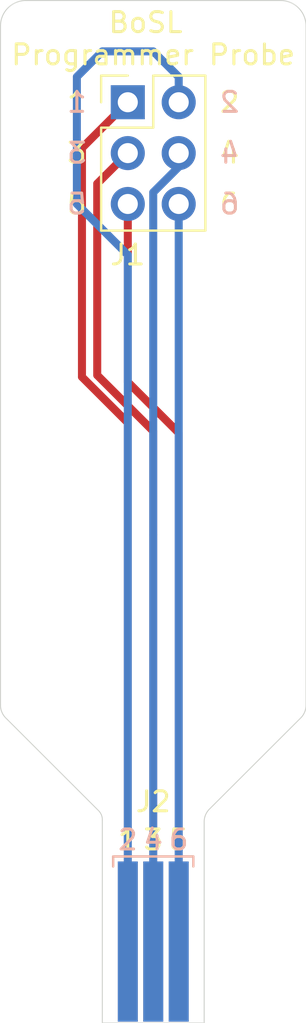
<source format=kicad_pcb>
(kicad_pcb (version 20171130) (host pcbnew "(5.1.9)-1")

  (general
    (thickness 0.8)
    (drawings 28)
    (tracks 26)
    (zones 0)
    (modules 2)
    (nets 7)
  )

  (page A4)
  (layers
    (0 F.Cu signal)
    (31 B.Cu signal)
    (32 B.Adhes user)
    (33 F.Adhes user)
    (34 B.Paste user)
    (35 F.Paste user)
    (36 B.SilkS user)
    (37 F.SilkS user)
    (38 B.Mask user)
    (39 F.Mask user)
    (40 Dwgs.User user)
    (41 Cmts.User user)
    (42 Eco1.User user)
    (43 Eco2.User user)
    (44 Edge.Cuts user)
    (45 Margin user)
    (46 B.CrtYd user)
    (47 F.CrtYd user)
    (48 B.Fab user)
    (49 F.Fab user)
  )

  (setup
    (last_trace_width 0.4)
    (user_trace_width 0.4)
    (user_trace_width 0.6)
    (trace_clearance 0.2)
    (zone_clearance 0.508)
    (zone_45_only no)
    (trace_min 0.2)
    (via_size 0.8)
    (via_drill 0.4)
    (via_min_size 0.4)
    (via_min_drill 0.3)
    (uvia_size 0.3)
    (uvia_drill 0.1)
    (uvias_allowed no)
    (uvia_min_size 0.2)
    (uvia_min_drill 0.1)
    (edge_width 0.05)
    (segment_width 0.2)
    (pcb_text_width 0.3)
    (pcb_text_size 1.5 1.5)
    (mod_edge_width 0.12)
    (mod_text_size 1 1)
    (mod_text_width 0.15)
    (pad_size 1.524 1.524)
    (pad_drill 0.762)
    (pad_to_mask_clearance 0)
    (aux_axis_origin 0 0)
    (visible_elements 7FFFFFFF)
    (pcbplotparams
      (layerselection 0x010fc_ffffffff)
      (usegerberextensions false)
      (usegerberattributes true)
      (usegerberadvancedattributes true)
      (creategerberjobfile true)
      (excludeedgelayer true)
      (linewidth 0.150000)
      (plotframeref false)
      (viasonmask false)
      (mode 1)
      (useauxorigin false)
      (hpglpennumber 1)
      (hpglpenspeed 20)
      (hpglpendiameter 15.000000)
      (psnegative false)
      (psa4output false)
      (plotreference true)
      (plotvalue true)
      (plotinvisibletext false)
      (padsonsilk false)
      (subtractmaskfromsilk false)
      (outputformat 1)
      (mirror false)
      (drillshape 0)
      (scaleselection 1)
      (outputdirectory "Production/"))
  )

  (net 0 "")
  (net 1 "Net-(J1-Pad6)")
  (net 2 "Net-(J1-Pad5)")
  (net 3 "Net-(J1-Pad4)")
  (net 4 "Net-(J1-Pad3)")
  (net 5 "Net-(J1-Pad2)")
  (net 6 "Net-(J1-Pad1)")

  (net_class Default "This is the default net class."
    (clearance 0.2)
    (trace_width 0.25)
    (via_dia 0.8)
    (via_drill 0.4)
    (uvia_dia 0.3)
    (uvia_drill 0.1)
    (add_net "Net-(J1-Pad1)")
    (add_net "Net-(J1-Pad2)")
    (add_net "Net-(J1-Pad3)")
    (add_net "Net-(J1-Pad4)")
    (add_net "Net-(J1-Pad5)")
    (add_net "Net-(J1-Pad6)")
  )

  (module Program-Conn:Pogo (layer F.Cu) (tedit 6018B8FA) (tstamp 60192034)
    (at 127 149.86)
    (path /6018C1D6)
    (fp_text reference J2 (at 0 -6.985) (layer F.SilkS)
      (effects (font (size 1 1) (thickness 0.15)))
    )
    (fp_text value "Pogo Pins" (at 0 -0.5) (layer F.Fab)
      (effects (font (size 1 1) (thickness 0.15)))
    )
    (fp_text user 2 (at -1.27 -5.08) (layer B.SilkS)
      (effects (font (size 1 1) (thickness 0.15)))
    )
    (fp_text user 4 (at 0 -5.08) (layer B.SilkS)
      (effects (font (size 1 1) (thickness 0.15)))
    )
    (fp_text user 6 (at 1.27 -5.08) (layer B.SilkS)
      (effects (font (size 1 1) (thickness 0.15)))
    )
    (fp_text user 5 (at 1.27 -5.08) (layer F.SilkS)
      (effects (font (size 1 1) (thickness 0.15)))
    )
    (fp_text user 3 (at 0 -5.08) (layer F.SilkS)
      (effects (font (size 1 1) (thickness 0.15)))
    )
    (fp_text user 1 (at -1.27 -5.08) (layer F.SilkS)
      (effects (font (size 1 1) (thickness 0.15)))
    )
    (fp_line (start 2 -4.25) (end 2 -3.75) (layer B.SilkS) (width 0.12))
    (fp_line (start -2 -4.25) (end 2 -4.25) (layer B.SilkS) (width 0.12))
    (fp_line (start -2 -3.75) (end -2 -4.25) (layer B.SilkS) (width 0.12))
    (fp_line (start 2 -4.25) (end 2 -3.75) (layer F.SilkS) (width 0.12))
    (fp_line (start -2 -4.25) (end 2 -4.25) (layer F.SilkS) (width 0.12))
    (fp_line (start -2 -3.75) (end -2 -4.25) (layer F.SilkS) (width 0.12))
    (pad 2 smd rect (at -1.27 0) (size 1 8) (layers B.Cu B.Paste B.Mask)
      (net 5 "Net-(J1-Pad2)"))
    (pad 4 smd rect (at 0 0) (size 1 8) (layers B.Cu B.Paste B.Mask)
      (net 3 "Net-(J1-Pad4)"))
    (pad 6 smd rect (at 1.27 0) (size 1 8) (layers B.Cu B.Paste B.Mask)
      (net 1 "Net-(J1-Pad6)"))
    (pad 5 smd rect (at 1.27 0) (size 1 8) (layers F.Cu F.Paste F.Mask)
      (net 2 "Net-(J1-Pad5)"))
    (pad 3 smd rect (at 0 0) (size 1 8) (layers F.Cu F.Paste F.Mask)
      (net 4 "Net-(J1-Pad3)"))
    (pad 1 smd rect (at -1.27 0) (size 1 8) (layers F.Cu F.Paste F.Mask)
      (net 6 "Net-(J1-Pad1)"))
  )

  (module Connector_PinHeader_2.54mm:PinHeader_2x03_P2.54mm_Vertical (layer F.Cu) (tedit 59FED5CC) (tstamp 60191658)
    (at 125.73 107.95)
    (descr "Through hole straight pin header, 2x03, 2.54mm pitch, double rows")
    (tags "Through hole pin header THT 2x03 2.54mm double row")
    (path /6018C7A7)
    (fp_text reference J1 (at 0 7.62) (layer F.SilkS)
      (effects (font (size 1 1) (thickness 0.15)))
    )
    (fp_text value Pin_Header (at 1.27 7.41) (layer F.Fab)
      (effects (font (size 1 1) (thickness 0.15)))
    )
    (fp_line (start 4.35 -1.8) (end -1.8 -1.8) (layer F.CrtYd) (width 0.05))
    (fp_line (start 4.35 6.85) (end 4.35 -1.8) (layer F.CrtYd) (width 0.05))
    (fp_line (start -1.8 6.85) (end 4.35 6.85) (layer F.CrtYd) (width 0.05))
    (fp_line (start -1.8 -1.8) (end -1.8 6.85) (layer F.CrtYd) (width 0.05))
    (fp_line (start -1.33 -1.33) (end 0 -1.33) (layer F.SilkS) (width 0.12))
    (fp_line (start -1.33 0) (end -1.33 -1.33) (layer F.SilkS) (width 0.12))
    (fp_line (start 1.27 -1.33) (end 3.87 -1.33) (layer F.SilkS) (width 0.12))
    (fp_line (start 1.27 1.27) (end 1.27 -1.33) (layer F.SilkS) (width 0.12))
    (fp_line (start -1.33 1.27) (end 1.27 1.27) (layer F.SilkS) (width 0.12))
    (fp_line (start 3.87 -1.33) (end 3.87 6.41) (layer F.SilkS) (width 0.12))
    (fp_line (start -1.33 1.27) (end -1.33 6.41) (layer F.SilkS) (width 0.12))
    (fp_line (start -1.33 6.41) (end 3.87 6.41) (layer F.SilkS) (width 0.12))
    (fp_line (start -1.27 0) (end 0 -1.27) (layer F.Fab) (width 0.1))
    (fp_line (start -1.27 6.35) (end -1.27 0) (layer F.Fab) (width 0.1))
    (fp_line (start 3.81 6.35) (end -1.27 6.35) (layer F.Fab) (width 0.1))
    (fp_line (start 3.81 -1.27) (end 3.81 6.35) (layer F.Fab) (width 0.1))
    (fp_line (start 0 -1.27) (end 3.81 -1.27) (layer F.Fab) (width 0.1))
    (fp_text user %R (at 1.27 2.54 90) (layer F.Fab)
      (effects (font (size 1 1) (thickness 0.15)))
    )
    (pad 6 thru_hole oval (at 2.54 5.08) (size 1.7 1.7) (drill 1) (layers *.Cu *.Mask)
      (net 1 "Net-(J1-Pad6)"))
    (pad 5 thru_hole oval (at 0 5.08) (size 1.7 1.7) (drill 1) (layers *.Cu *.Mask)
      (net 2 "Net-(J1-Pad5)"))
    (pad 4 thru_hole oval (at 2.54 2.54) (size 1.7 1.7) (drill 1) (layers *.Cu *.Mask)
      (net 3 "Net-(J1-Pad4)"))
    (pad 3 thru_hole oval (at 0 2.54) (size 1.7 1.7) (drill 1) (layers *.Cu *.Mask)
      (net 4 "Net-(J1-Pad3)"))
    (pad 2 thru_hole oval (at 2.54 0) (size 1.7 1.7) (drill 1) (layers *.Cu *.Mask)
      (net 5 "Net-(J1-Pad2)"))
    (pad 1 thru_hole rect (at 0 0) (size 1.7 1.7) (drill 1) (layers *.Cu *.Mask)
      (net 6 "Net-(J1-Pad1)"))
    (model ${KISYS3DMOD}/Connector_PinHeader_2.54mm.3dshapes/PinHeader_2x03_P2.54mm_Vertical.wrl
      (at (xyz 0 0 0))
      (scale (xyz 1 1 1))
      (rotate (xyz 0 0 0))
    )
  )

  (gr_text "BoSL \nProgrammer Probe" (at 127 104.775) (layer F.SilkS)
    (effects (font (size 1 1) (thickness 0.15)))
  )
  (gr_arc (start 123.825 143.77416) (end 124.46 143.77416) (angle -45) (layer Edge.Cuts) (width 0.05) (tstamp 601921DA))
  (gr_arc (start 130.438024 143.88084) (end 129.803025 143.245841) (angle -45) (layer Edge.Cuts) (width 0.05))
  (gr_arc (start 133.35 104.14) (end 134.62 104.14) (angle -90) (layer Edge.Cuts) (width 0.05))
  (gr_arc (start 120.65 104.14) (end 120.65 102.87) (angle -90) (layer Edge.Cuts) (width 0.05))
  (gr_arc (start 120.278024 138.05916) (end 119.643025 138.694159) (angle 45) (layer Edge.Cuts) (width 0.05))
  (gr_arc (start 133.721976 138.05916) (end 134.356975 138.694159) (angle -45) (layer Edge.Cuts) (width 0.05) (tstamp 601921A7))
  (gr_text 1 (at 123.19 107.95) (layer B.SilkS) (tstamp 601920F8)
    (effects (font (size 1 1) (thickness 0.15)) (justify mirror))
  )
  (gr_text 5 (at 123.19 113.03) (layer B.SilkS) (tstamp 601920F7)
    (effects (font (size 1 1) (thickness 0.15)) (justify mirror))
  )
  (gr_text 3 (at 123.19 110.49) (layer B.SilkS) (tstamp 601920F6)
    (effects (font (size 1 1) (thickness 0.15)) (justify mirror))
  )
  (gr_text 4 (at 130.81 110.49) (layer B.SilkS) (tstamp 601920E6)
    (effects (font (size 1 1) (thickness 0.15)) (justify mirror))
  )
  (gr_text 6 (at 130.81 113.03) (layer B.SilkS) (tstamp 601920E5)
    (effects (font (size 1 1) (thickness 0.15)) (justify mirror))
  )
  (gr_text 2 (at 130.81 107.95) (layer B.SilkS) (tstamp 601920E4)
    (effects (font (size 1 1) (thickness 0.15)) (justify mirror))
  )
  (gr_line (start 124.46 143.77416) (end 124.46 153.924) (layer Edge.Cuts) (width 0.05) (tstamp 601920C9))
  (gr_line (start 119.643025 138.694159) (end 124.274013 143.325147) (layer Edge.Cuts) (width 0.05))
  (gr_line (start 119.38 104.14) (end 119.38 138.05916) (layer Edge.Cuts) (width 0.05))
  (gr_line (start 133.35 102.87) (end 120.65 102.87) (layer Edge.Cuts) (width 0.05))
  (gr_line (start 134.62 138.05916) (end 134.62 104.14) (layer Edge.Cuts) (width 0.05))
  (gr_line (start 133.35 139.7) (end 134.356975 138.694159) (layer Edge.Cuts) (width 0.05))
  (gr_line (start 129.803025 143.245841) (end 133.35 139.7) (layer Edge.Cuts) (width 0.05))
  (gr_line (start 129.54 153.924) (end 129.54 143.88084) (layer Edge.Cuts) (width 0.05))
  (gr_line (start 124.46 153.924) (end 129.54 153.924) (layer Edge.Cuts) (width 0.05))
  (gr_text 2 (at 130.81 107.95) (layer F.SilkS)
    (effects (font (size 1 1) (thickness 0.15)))
  )
  (gr_text 4 (at 130.81 110.49) (layer F.SilkS)
    (effects (font (size 1 1) (thickness 0.15)))
  )
  (gr_text 6 (at 130.81 113.03) (layer F.SilkS)
    (effects (font (size 1 1) (thickness 0.15)))
  )
  (gr_text 5 (at 123.19 113.03) (layer F.SilkS)
    (effects (font (size 1 1) (thickness 0.15)))
  )
  (gr_text 3 (at 123.19 110.49) (layer F.SilkS)
    (effects (font (size 1 1) (thickness 0.15)))
  )
  (gr_text 1 (at 123.19 107.95) (layer F.SilkS)
    (effects (font (size 1 1) (thickness 0.15)))
  )

  (segment (start 128.27 129.54) (end 128.27 113.03) (width 0.4) (layer B.Cu) (net 1))
  (segment (start 128.27 129.54) (end 128.27 149.86) (width 0.4) (layer B.Cu) (net 1))
  (segment (start 125.73 121.92) (end 125.73 113.03) (width 0.4) (layer F.Cu) (net 2))
  (segment (start 128.27 124.46) (end 125.73 121.92) (width 0.4) (layer F.Cu) (net 2))
  (segment (start 128.27 129.54) (end 128.27 124.46) (width 0.4) (layer F.Cu) (net 2))
  (segment (start 128.27 129.54) (end 128.27 149.86) (width 0.4) (layer F.Cu) (net 2))
  (segment (start 127 149.86) (end 127 129.54) (width 0.4) (layer B.Cu) (net 3))
  (segment (start 128.27 111.179998) (end 128.27 110.49) (width 0.4) (layer B.Cu) (net 3))
  (segment (start 127 129.54) (end 127 112.449998) (width 0.4) (layer B.Cu) (net 3))
  (segment (start 127 112.449998) (end 128.27 111.179998) (width 0.4) (layer B.Cu) (net 3))
  (segment (start 127 129.54) (end 127 149.86) (width 0.4) (layer F.Cu) (net 4))
  (segment (start 127 129.54) (end 127 124.373458) (width 0.4) (layer F.Cu) (net 4))
  (segment (start 127 124.373458) (end 124.206 121.579458) (width 0.4) (layer F.Cu) (net 4))
  (segment (start 124.206 121.579458) (end 124.206 112.014) (width 0.4) (layer F.Cu) (net 4))
  (segment (start 124.206 112.014) (end 125.73 110.49) (width 0.4) (layer F.Cu) (net 4))
  (segment (start 128.27 107.95) (end 128.27 106.68) (width 0.4) (layer B.Cu) (net 5))
  (segment (start 128.27 106.68) (end 127 105.41) (width 0.4) (layer B.Cu) (net 5))
  (segment (start 127 105.41) (end 124.46 105.41) (width 0.4) (layer B.Cu) (net 5))
  (segment (start 124.46 105.41) (end 123.19 106.68) (width 0.4) (layer B.Cu) (net 5))
  (segment (start 123.19 106.68) (end 123.19 113.03) (width 0.4) (layer B.Cu) (net 5))
  (segment (start 125.73 115.57) (end 125.73 149.86) (width 0.4) (layer B.Cu) (net 5))
  (segment (start 123.19 113.03) (end 125.73 115.57) (width 0.4) (layer B.Cu) (net 5))
  (segment (start 125.73 149.86) (end 125.73 123.952) (width 0.4) (layer F.Cu) (net 6))
  (segment (start 125.73 123.952) (end 123.444 121.666) (width 0.4) (layer F.Cu) (net 6))
  (segment (start 123.444 121.666) (end 123.444 110.236) (width 0.4) (layer F.Cu) (net 6))
  (segment (start 123.444 110.236) (end 125.73 107.95) (width 0.4) (layer F.Cu) (net 6))

)

</source>
